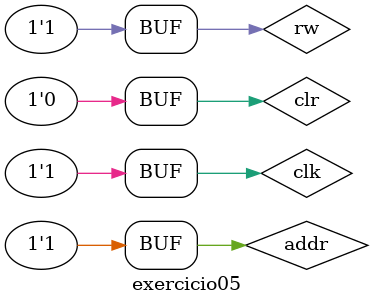
<source format=v>
`include "jkFF.v"

module exercicio04(input aaddr,input brw,input cclk, input din, output s, input eclr);
reg addr,rw,clk,in00,in01,in02,in03,in04,in05,in06,in07,clr;
wire s1,out0,out1,out2,out3,out4,out5,out6,out7;

and And01(s1,addr,rw,clk);

jkff J01(q,qnot,s1,in00,clk);
jkff J02(q,qnot,s1,in01,clk);
jkff J03(q,qnot,s1,in02,clk);
jkff J04(q,qnot,s1,in03,clk);
jkff J05(q,qnot,s1,in04,clk);
jkff J06(q,qnot,s1,in05,clk);
jkff J07(q,qnot,s1,in06,clk);
jkff J08(q,qnot,s1,in08,clk);

and And02(outs,qnot,addr);

endmodule


module exercicio05;
reg addr,rw,clk,in000,in001,in002,in003,in004,in005,in006,in007,clr;
wire s1,outs;

exercicio04 EX01(addr,rw,clk,in000,out0,clr);
exercicio04 EX02(addr,rw,clk,in001,out1,clr);
exercicio04 EX03(addr,rw,clk,in002,out2,clr);
exercicio04 EX04(addr,rw,clk,in003,out3,clr);
exercicio04 EX05(addr,rw,clk,in004,out4,clr);
exercicio04 EX06(addr,rw,clk,in005,out5,clr);
exercicio04 EX07(addr,rw,clk,in006,out6,clr);
exercicio04 EX08(addr,rw,clk,in007,out7,clr);

initial begin 
$display ( "Felipe Pacifico - 389868" );
$display ( "guia1005 - Memoria RAM" ); 

addr = 0; 
clk = 0; 
rw = 0;
clr = 0; 

$monitor( "%4d %4b", $time, out7 ); 

#1 clk = 0; addr = 0; rw = 1; 
#1 clk = 0; addr = 1; rw = 0;
#1 clk = 0; addr = 1; rw = 1;
#1 clk = 1; addr = 0; rw = 0;
#1 clk = 1; addr = 0; rw = 1;
#1 clk = 1; addr = 1; rw = 0;
#1 clk = 1; addr = 1; rw = 1;

end 

endmodule


</source>
